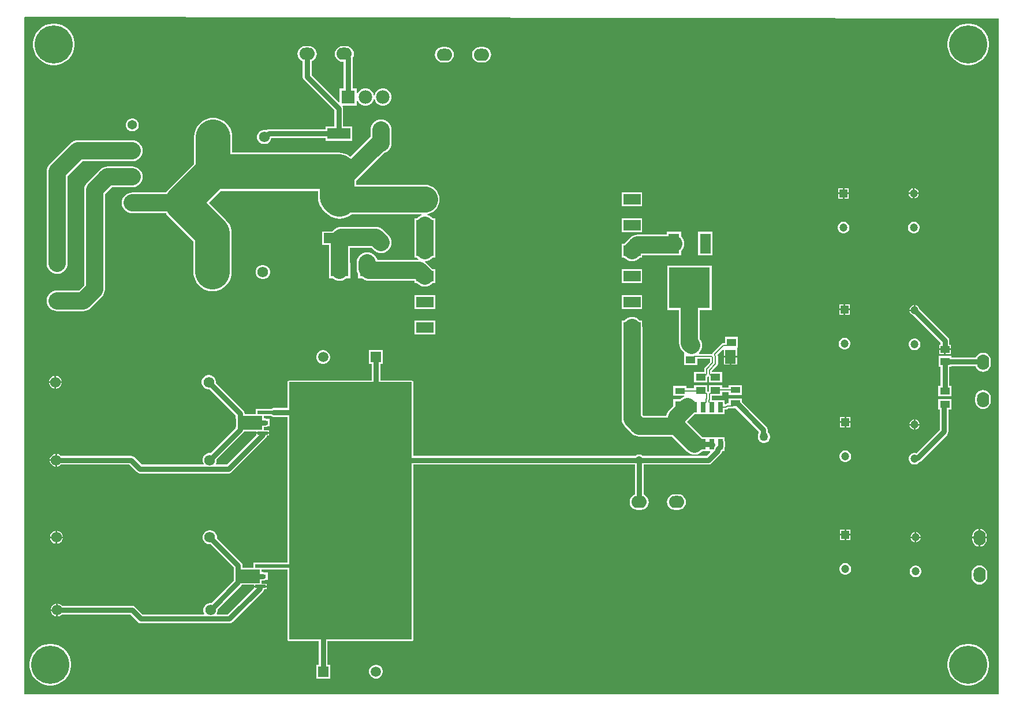
<source format=gtl>
G04*
G04 #@! TF.GenerationSoftware,Altium Limited,Altium Designer,23.3.1 (30)*
G04*
G04 Layer_Physical_Order=1*
G04 Layer_Color=255*
%FSLAX44Y44*%
%MOMM*%
G71*
G04*
G04 #@! TF.SameCoordinates,7FF98350-13BF-4DC0-BCDE-F856E8DDA7C8*
G04*
G04*
G04 #@! TF.FilePolarity,Positive*
G04*
G01*
G75*
%ADD16R,5.4000X1.5000*%
%ADD17R,3.5900X2.0000*%
%ADD18R,1.5700X0.5000*%
%ADD19R,0.8600X0.5800*%
%ADD20R,2.6500X1.7500*%
%ADD21R,2.5000X1.5200*%
%ADD22R,1.4500X0.9500*%
%ADD23R,1.4082X1.0065*%
%ADD24R,1.3621X1.0581*%
%ADD25R,1.6500X2.0100*%
%ADD26R,1.3900X1.1400*%
%ADD27R,3.4082X1.5549*%
%ADD28R,0.6500X1.5250*%
%ADD29R,1.6000X3.0000*%
%ADD30R,6.0000X6.0000*%
%ADD42C,1.5748*%
%ADD47C,1.3716*%
%ADD54C,2.5400*%
%ADD55C,0.7620*%
%ADD56C,5.0800*%
%ADD57C,0.5080*%
%ADD58C,3.8100*%
%ADD59C,0.2032*%
%ADD60R,17.9070X37.7190*%
%ADD61C,1.5750*%
%ADD62C,5.5880*%
%ADD63O,1.7780X2.2860*%
%ADD64C,1.2000*%
%ADD65O,2.2860X1.7780*%
%ADD66C,1.9800*%
%ADD67R,1.9800X1.9800*%
%ADD68C,1.5000*%
%ADD69R,1.5000X1.5000*%
%ADD70R,1.2000X1.2000*%
%ADD71C,1.2700*%
G36*
X1441450Y1003300D02*
Y12700D01*
X12700D01*
Y1004941D01*
X13599Y1005838D01*
X1441450Y1003300D01*
D02*
G37*
%LPC*%
G36*
X685800Y961489D02*
X680720D01*
X677736Y961096D01*
X674956Y959944D01*
X672568Y958112D01*
X670736Y955724D01*
X669584Y952944D01*
X669191Y949960D01*
X669584Y946976D01*
X670736Y944196D01*
X672568Y941808D01*
X674956Y939976D01*
X677736Y938824D01*
X680720Y938431D01*
X685800D01*
X688784Y938824D01*
X691564Y939976D01*
X693952Y941808D01*
X695784Y944196D01*
X696936Y946976D01*
X697329Y949960D01*
X696936Y952944D01*
X695784Y955724D01*
X693952Y958112D01*
X691564Y959944D01*
X688784Y961096D01*
X685800Y961489D01*
D02*
G37*
G36*
X631190D02*
X626110D01*
X623126Y961096D01*
X620346Y959944D01*
X617958Y958112D01*
X616126Y955724D01*
X614974Y952944D01*
X614581Y949960D01*
X614974Y946976D01*
X616126Y944196D01*
X617958Y941808D01*
X620346Y939976D01*
X623126Y938824D01*
X626110Y938431D01*
X631190D01*
X634174Y938824D01*
X636954Y939976D01*
X639342Y941808D01*
X641174Y944196D01*
X642326Y946976D01*
X642719Y949960D01*
X642326Y952944D01*
X641174Y955724D01*
X639342Y958112D01*
X636954Y959944D01*
X634174Y961096D01*
X631190Y961489D01*
D02*
G37*
G36*
X1399399Y995680D02*
X1394601D01*
X1389863Y994930D01*
X1385300Y993447D01*
X1381025Y991269D01*
X1377144Y988449D01*
X1373751Y985056D01*
X1370931Y981175D01*
X1368753Y976900D01*
X1367271Y972337D01*
X1366520Y967599D01*
Y962801D01*
X1367271Y958063D01*
X1368753Y953500D01*
X1370931Y949225D01*
X1373751Y945344D01*
X1377144Y941951D01*
X1381025Y939131D01*
X1385300Y936953D01*
X1389863Y935471D01*
X1394601Y934720D01*
X1399399D01*
X1404137Y935471D01*
X1408700Y936953D01*
X1412975Y939131D01*
X1416856Y941951D01*
X1420249Y945344D01*
X1423069Y949225D01*
X1425247Y953500D01*
X1426729Y958063D01*
X1427480Y962801D01*
Y967599D01*
X1426729Y972337D01*
X1425247Y976900D01*
X1423069Y981175D01*
X1420249Y985056D01*
X1416856Y988449D01*
X1412975Y991269D01*
X1408700Y993447D01*
X1404137Y994930D01*
X1399399Y995680D01*
D02*
G37*
G36*
X58279D02*
X53481D01*
X48743Y994930D01*
X44180Y993447D01*
X39905Y991269D01*
X36024Y988449D01*
X32631Y985056D01*
X29811Y981175D01*
X27633Y976900D01*
X26151Y972337D01*
X25400Y967599D01*
Y962801D01*
X26151Y958063D01*
X27633Y953500D01*
X29811Y949225D01*
X32631Y945344D01*
X36024Y941951D01*
X39905Y939131D01*
X44180Y936953D01*
X48743Y935471D01*
X53481Y934720D01*
X58279D01*
X63017Y935471D01*
X67580Y936953D01*
X71855Y939131D01*
X75736Y941951D01*
X79129Y945344D01*
X81949Y949225D01*
X84127Y953500D01*
X85610Y958063D01*
X86360Y962801D01*
Y967599D01*
X85610Y972337D01*
X84127Y976900D01*
X81949Y981175D01*
X79129Y985056D01*
X75736Y988449D01*
X71855Y991269D01*
X67580Y993447D01*
X63017Y994930D01*
X58279Y995680D01*
D02*
G37*
G36*
X484478Y962540D02*
X479398D01*
X476414Y962147D01*
X473634Y960995D01*
X471246Y959163D01*
X469414Y956776D01*
X468262Y953995D01*
X467870Y951012D01*
X468262Y948028D01*
X469414Y945247D01*
X471246Y942859D01*
X473634Y941027D01*
X476414Y939876D01*
X479398Y939483D01*
X481006D01*
Y900170D01*
X475040D01*
Y880761D01*
X473867Y880275D01*
X433803Y920339D01*
Y940269D01*
X435633Y941027D01*
X438020Y942859D01*
X439852Y945247D01*
X441004Y948028D01*
X441397Y951012D01*
X441004Y953995D01*
X439852Y956776D01*
X438020Y959163D01*
X435633Y960995D01*
X432852Y962147D01*
X429868Y962540D01*
X424788D01*
X421805Y962147D01*
X419024Y960995D01*
X416636Y959163D01*
X414804Y956776D01*
X413652Y953995D01*
X413260Y951012D01*
X413652Y948028D01*
X414804Y945247D01*
X416636Y942859D01*
X419024Y941027D01*
X420854Y940269D01*
Y917657D01*
X421347Y915180D01*
X422750Y913079D01*
X467236Y868594D01*
Y844481D01*
X454129D01*
Y840641D01*
X371616D01*
X369138Y840148D01*
X367767Y839232D01*
X365931Y839724D01*
X363189D01*
X360540Y839014D01*
X358166Y837643D01*
X356227Y835704D01*
X354856Y833330D01*
X354146Y830681D01*
Y827939D01*
X354856Y825290D01*
X356227Y822916D01*
X358166Y820977D01*
X360540Y819606D01*
X363189Y818896D01*
X365931D01*
X368580Y819606D01*
X370954Y820977D01*
X372893Y822916D01*
X374264Y825290D01*
X374908Y827692D01*
X454129D01*
Y823852D01*
X493291D01*
Y844481D01*
X480184D01*
Y871276D01*
X479692Y873753D01*
X479413Y874170D01*
X480012Y875290D01*
X499920D01*
Y883499D01*
X501190Y883666D01*
X501388Y882928D01*
X503026Y880092D01*
X505342Y877775D01*
X508178Y876138D01*
X511342Y875290D01*
X514618D01*
X517782Y876138D01*
X520618Y877775D01*
X522934Y880092D01*
X524572Y882928D01*
X525073Y884796D01*
X526387D01*
X526888Y882928D01*
X528526Y880092D01*
X530842Y877775D01*
X533678Y876138D01*
X536842Y875290D01*
X540118D01*
X543282Y876138D01*
X546118Y877775D01*
X548434Y880092D01*
X550072Y882928D01*
X550920Y886092D01*
Y889368D01*
X550072Y892532D01*
X548434Y895368D01*
X546118Y897684D01*
X543282Y899322D01*
X540118Y900170D01*
X536842D01*
X533678Y899322D01*
X530842Y897684D01*
X528526Y895368D01*
X526888Y892532D01*
X526387Y890664D01*
X525073D01*
X524572Y892532D01*
X522934Y895368D01*
X520618Y897684D01*
X517782Y899322D01*
X514618Y900170D01*
X511342D01*
X508178Y899322D01*
X505342Y897684D01*
X503026Y895368D01*
X501388Y892532D01*
X501190Y891794D01*
X499920Y891961D01*
Y900170D01*
X493954D01*
Y944585D01*
X494462Y945247D01*
X495614Y948028D01*
X496007Y951012D01*
X495614Y953995D01*
X494462Y956776D01*
X492630Y959163D01*
X490243Y960995D01*
X487462Y962147D01*
X484478Y962540D01*
D02*
G37*
G36*
X172239Y856349D02*
X169764D01*
X167374Y855708D01*
X165231Y854471D01*
X163481Y852721D01*
X162244Y850578D01*
X161603Y848188D01*
Y845713D01*
X162244Y843323D01*
X163481Y841180D01*
X165231Y839430D01*
X167374Y838193D01*
X169764Y837553D01*
X172239D01*
X174629Y838193D01*
X176772Y839430D01*
X178522Y841180D01*
X179759Y843323D01*
X180399Y845713D01*
Y848188D01*
X179759Y850578D01*
X178522Y852721D01*
X176772Y854471D01*
X174629Y855708D01*
X172239Y856349D01*
D02*
G37*
G36*
X170862Y824304D02*
X91440D01*
X88452Y824009D01*
X85580Y823138D01*
X82932Y821723D01*
X80611Y819818D01*
X50132Y789339D01*
X48227Y787018D01*
X46812Y784370D01*
X45940Y781498D01*
X45646Y778510D01*
Y643890D01*
X45940Y640902D01*
X46812Y638030D01*
X48227Y635382D01*
X50132Y633061D01*
X52452Y631157D01*
X55100Y629742D01*
X57972Y628871D01*
X60960Y628576D01*
X63948Y628871D01*
X66820Y629742D01*
X69468Y631157D01*
X71789Y633061D01*
X73693Y635382D01*
X75108Y638030D01*
X75979Y640902D01*
X76274Y643890D01*
Y772167D01*
X97783Y793676D01*
X169586D01*
X171001Y793537D01*
X173989Y793831D01*
X176862Y794703D01*
X179509Y796118D01*
X181830Y798022D01*
X183734Y800343D01*
X185149Y802990D01*
X186021Y805863D01*
X186315Y808851D01*
X186021Y811838D01*
X185149Y814711D01*
X183734Y817358D01*
X181830Y819679D01*
X181690Y819818D01*
X179370Y821723D01*
X176722Y823138D01*
X173850Y824009D01*
X170862Y824304D01*
D02*
G37*
G36*
X1318260Y754209D02*
Y748030D01*
X1324439D01*
X1324001Y749664D01*
X1323011Y751380D01*
X1321610Y752781D01*
X1319894Y753771D01*
X1318260Y754209D01*
D02*
G37*
G36*
X1221644Y754284D02*
X1215390D01*
Y748030D01*
X1221644D01*
Y754284D01*
D02*
G37*
G36*
X1212850D02*
X1206596D01*
Y748030D01*
X1212850D01*
Y754284D01*
D02*
G37*
G36*
X1315720Y754209D02*
X1314086Y753771D01*
X1312370Y752781D01*
X1310969Y751380D01*
X1309979Y749664D01*
X1309541Y748030D01*
X1315720D01*
Y754209D01*
D02*
G37*
G36*
X1324439Y745490D02*
X1318260D01*
Y739311D01*
X1319894Y739749D01*
X1321610Y740739D01*
X1323011Y742140D01*
X1324001Y743856D01*
X1324439Y745490D01*
D02*
G37*
G36*
X1315720D02*
X1309541D01*
X1309979Y743856D01*
X1310969Y742140D01*
X1312370Y740739D01*
X1314086Y739749D01*
X1315720Y739311D01*
Y745490D01*
D02*
G37*
G36*
X1221644D02*
X1215390D01*
Y739236D01*
X1221644D01*
Y745490D01*
D02*
G37*
G36*
X1212850D02*
X1206596D01*
Y739236D01*
X1212850D01*
Y745490D01*
D02*
G37*
G36*
X918780Y748030D02*
X888700D01*
Y727750D01*
X918780D01*
Y748030D01*
D02*
G37*
G36*
Y710430D02*
X888700D01*
Y690150D01*
X918780D01*
Y710430D01*
D02*
G37*
G36*
X1318114Y705300D02*
X1315866D01*
X1313694Y704718D01*
X1311746Y703594D01*
X1310156Y702004D01*
X1309032Y700056D01*
X1308450Y697884D01*
Y695636D01*
X1309032Y693464D01*
X1310156Y691516D01*
X1311746Y689926D01*
X1313694Y688802D01*
X1315866Y688220D01*
X1318114D01*
X1320286Y688802D01*
X1322234Y689926D01*
X1323824Y691516D01*
X1324948Y693464D01*
X1325530Y695636D01*
Y697884D01*
X1324948Y700056D01*
X1323824Y702004D01*
X1322234Y703594D01*
X1320286Y704718D01*
X1318114Y705300D01*
D02*
G37*
G36*
X1215244D02*
X1212996D01*
X1210824Y704718D01*
X1208876Y703594D01*
X1207286Y702004D01*
X1206162Y700056D01*
X1205580Y697884D01*
Y695636D01*
X1206162Y693464D01*
X1207286Y691516D01*
X1208876Y689926D01*
X1210824Y688802D01*
X1212996Y688220D01*
X1215244D01*
X1217416Y688802D01*
X1219364Y689926D01*
X1220954Y691516D01*
X1222078Y693464D01*
X1222660Y695636D01*
Y697884D01*
X1222078Y700056D01*
X1220954Y702004D01*
X1219364Y703594D01*
X1217416Y704718D01*
X1215244Y705300D01*
D02*
G37*
G36*
X477310Y697304D02*
X474322Y697010D01*
X471450Y696138D01*
X468802Y694723D01*
X466482Y692819D01*
X464593Y690930D01*
X449250D01*
Y670850D01*
X459711D01*
Y645020D01*
X459280D01*
Y622440D01*
X464804D01*
X466562Y620997D01*
X469210Y619582D01*
X472082Y618711D01*
X475070Y618416D01*
X478058Y618711D01*
X480930Y619582D01*
X483578Y620997D01*
X485336Y622440D01*
X490860D01*
Y645020D01*
X490339D01*
Y666676D01*
X522077D01*
X525112Y663642D01*
X527432Y661737D01*
X530080Y660322D01*
X532952Y659451D01*
X535940Y659156D01*
X538928Y659451D01*
X541800Y660322D01*
X544448Y661737D01*
X546768Y663642D01*
X548673Y665962D01*
X550088Y668610D01*
X550960Y671482D01*
X551254Y674470D01*
X550960Y677458D01*
X550088Y680330D01*
X548673Y682978D01*
X546768Y685298D01*
X539249Y692819D01*
X536928Y694723D01*
X534280Y696138D01*
X531408Y697010D01*
X528420Y697304D01*
X477310D01*
X477310Y697304D01*
D02*
G37*
G36*
X1021740Y690640D02*
X1000660D01*
Y655560D01*
X1021740D01*
Y690640D01*
D02*
G37*
G36*
X289560Y857336D02*
X285176Y856991D01*
X280899Y855965D01*
X276836Y854282D01*
X273086Y851984D01*
X269742Y849128D01*
X266886Y845783D01*
X264588Y842034D01*
X262905Y837971D01*
X261879Y833694D01*
X261534Y829310D01*
Y789914D01*
X224088Y752468D01*
X221232Y749124D01*
X220521Y747964D01*
X171001D01*
X168014Y747670D01*
X165141Y746799D01*
X162493Y745384D01*
X160173Y743479D01*
X158268Y741159D01*
X156853Y738511D01*
X155982Y735638D01*
X155688Y732651D01*
X155982Y729663D01*
X156853Y726790D01*
X158268Y724143D01*
X160173Y721822D01*
X162493Y719918D01*
X165141Y718503D01*
X168014Y717631D01*
X171001Y717337D01*
X220521D01*
X221232Y716177D01*
X224088Y712833D01*
X260543Y676379D01*
Y631288D01*
X260888Y626903D01*
X261914Y622627D01*
X263597Y618564D01*
X265895Y614814D01*
X268751Y611470D01*
X272095Y608614D01*
X275845Y606316D01*
X279908Y604633D01*
X284185Y603606D01*
X288569Y603261D01*
X292953Y603606D01*
X297230Y604633D01*
X301293Y606316D01*
X305042Y608614D01*
X308387Y611470D01*
X311243Y614814D01*
X313541Y618564D01*
X315224Y622627D01*
X316250Y626903D01*
X316595Y631288D01*
Y687988D01*
X316250Y692372D01*
X315224Y696648D01*
X313541Y700711D01*
X311243Y704461D01*
X308387Y707805D01*
X283541Y732651D01*
X301169Y750278D01*
X443238D01*
Y741376D01*
X443583Y736991D01*
X444610Y732715D01*
X446293Y728652D01*
X448591Y724902D01*
X449250Y724130D01*
Y723850D01*
X449489D01*
X451447Y721558D01*
X455162Y717842D01*
X458507Y714986D01*
X462256Y712688D01*
X466319Y711005D01*
X470596Y709979D01*
X474980Y709634D01*
X479364Y709979D01*
X483641Y711005D01*
X487704Y712688D01*
X491454Y714986D01*
X492600Y715965D01*
X594740D01*
X594929Y714696D01*
X594080Y714438D01*
X591432Y713023D01*
X589112Y711118D01*
X588546Y710430D01*
X584900D01*
Y703069D01*
X584626Y700290D01*
Y662690D01*
X584900Y659911D01*
Y652550D01*
X588546D01*
X589112Y651861D01*
X590998Y650314D01*
X590543Y649044D01*
X530368D01*
X529768Y651020D01*
X528353Y653668D01*
X526449Y655988D01*
X524128Y657893D01*
X521480Y659308D01*
X518608Y660180D01*
X515620Y660474D01*
X512632Y660180D01*
X509760Y659308D01*
X507112Y657893D01*
X504791Y655988D01*
X502887Y653668D01*
X501472Y651020D01*
X500601Y648148D01*
X500306Y645160D01*
Y636180D01*
X500601Y633192D01*
X501472Y630320D01*
X502280Y628808D01*
Y622440D01*
X507804D01*
X509562Y620997D01*
X512210Y619582D01*
X515082Y618711D01*
X518070Y618416D01*
X584900D01*
Y614950D01*
X588423D01*
X589112Y614262D01*
X591432Y612357D01*
X594080Y610942D01*
X596952Y610070D01*
X599940Y609776D01*
X602928Y610070D01*
X605800Y610942D01*
X608448Y612357D01*
X610769Y614262D01*
X611333Y614950D01*
X614980D01*
Y622310D01*
X615254Y625090D01*
X614980Y627869D01*
Y635230D01*
X611333D01*
X610769Y635918D01*
X602128Y644558D01*
X600217Y646127D01*
X600616Y647443D01*
X602928Y647671D01*
X605800Y648542D01*
X608448Y649957D01*
X610769Y651861D01*
X611334Y652550D01*
X614980D01*
Y659911D01*
X615254Y662690D01*
Y700290D01*
X614980Y703069D01*
Y710430D01*
X611334D01*
X610769Y711118D01*
X608448Y713023D01*
X605800Y714438D01*
X603682Y715081D01*
X603809Y716369D01*
X603942Y716382D01*
X608012Y717617D01*
X611763Y719622D01*
X615050Y722320D01*
X617748Y725607D01*
X619753Y729358D01*
X620988Y733428D01*
X621404Y737660D01*
X620988Y741892D01*
X619753Y745962D01*
X617748Y749713D01*
X615050Y753000D01*
X611763Y755698D01*
X608012Y757703D01*
X603942Y758938D01*
X599710Y759354D01*
X499291D01*
Y765194D01*
X539745Y805648D01*
X541800Y806272D01*
X544448Y807687D01*
X546768Y809592D01*
X548673Y811912D01*
X550088Y814560D01*
X550960Y817432D01*
X551254Y820420D01*
Y839470D01*
X550960Y842458D01*
X550088Y845330D01*
X548673Y847978D01*
X546768Y850298D01*
X544448Y852203D01*
X541800Y853618D01*
X538928Y854490D01*
X535940Y854784D01*
X532952Y854490D01*
X530080Y853618D01*
X527432Y852203D01*
X525112Y850298D01*
X523207Y847978D01*
X521792Y845330D01*
X520920Y842458D01*
X520626Y839470D01*
Y829844D01*
X491035Y800252D01*
X490183Y800979D01*
X486434Y803276D01*
X482371Y804959D01*
X478094Y805986D01*
X473710Y806331D01*
X317586D01*
Y829310D01*
X317241Y833694D01*
X316215Y837971D01*
X314532Y842034D01*
X312234Y845783D01*
X309378Y849128D01*
X306033Y851984D01*
X302284Y854282D01*
X298221Y855965D01*
X293944Y856991D01*
X289560Y857336D01*
D02*
G37*
G36*
X975740Y690640D02*
X954660D01*
Y686114D01*
X911850D01*
X908862Y685819D01*
X905990Y684948D01*
X903342Y683533D01*
X901022Y681628D01*
X892912Y673518D01*
X892347Y672830D01*
X888700D01*
Y665469D01*
X888426Y662690D01*
X888700Y659911D01*
Y652550D01*
X892347D01*
X892912Y651861D01*
X895232Y649957D01*
X897880Y648542D01*
X900752Y647671D01*
X903740Y647376D01*
X906728Y647671D01*
X909600Y648542D01*
X912248Y649957D01*
X914568Y651861D01*
X915257Y652550D01*
X918780D01*
Y655486D01*
X962900D01*
X963649Y655560D01*
X975740D01*
Y661983D01*
X976028Y662271D01*
X977933Y664592D01*
X979348Y667240D01*
X980219Y670112D01*
X980514Y673100D01*
X980219Y676088D01*
X979348Y678960D01*
X977933Y681608D01*
X976028Y683928D01*
X975740Y684165D01*
Y690640D01*
D02*
G37*
G36*
X363754Y641719D02*
X361012D01*
X358363Y641010D01*
X355988Y639639D01*
X354049Y637700D01*
X352678Y635325D01*
X351969Y632677D01*
Y629934D01*
X352678Y627286D01*
X354049Y624911D01*
X355988Y622972D01*
X358363Y621601D01*
X361012Y620891D01*
X363754D01*
X366402Y621601D01*
X368777Y622972D01*
X370716Y624911D01*
X372087Y627286D01*
X372797Y629934D01*
Y632677D01*
X372087Y635325D01*
X370716Y637700D01*
X368777Y639639D01*
X366402Y641010D01*
X363754Y641719D01*
D02*
G37*
G36*
X918780Y635230D02*
X888700D01*
Y614950D01*
X918780D01*
Y635230D01*
D02*
G37*
G36*
X1222914Y584104D02*
X1216660D01*
Y577850D01*
X1222914D01*
Y584104D01*
D02*
G37*
G36*
X1214120D02*
X1207866D01*
Y577850D01*
X1214120D01*
Y584104D01*
D02*
G37*
G36*
X918780Y597630D02*
X888700D01*
Y577350D01*
X918780D01*
Y597630D01*
D02*
G37*
G36*
X614980D02*
X584900D01*
Y577350D01*
X614980D01*
Y597630D01*
D02*
G37*
G36*
X1316990Y582759D02*
X1315356Y582321D01*
X1313640Y581331D01*
X1312239Y579930D01*
X1311249Y578214D01*
X1310811Y576580D01*
X1316990D01*
Y582759D01*
D02*
G37*
G36*
X171001Y786064D02*
X134481D01*
X131493Y785770D01*
X128620Y784899D01*
X125973Y783484D01*
X123652Y781579D01*
X104741Y762669D01*
X102837Y760348D01*
X101422Y757700D01*
X100550Y754828D01*
X100256Y751840D01*
Y612133D01*
X92717Y604594D01*
X60960D01*
X57972Y604300D01*
X55100Y603428D01*
X52452Y602013D01*
X50132Y600108D01*
X48227Y597788D01*
X46812Y595140D01*
X45940Y592268D01*
X45646Y589280D01*
X45940Y586292D01*
X46812Y583420D01*
X48227Y580772D01*
X50132Y578451D01*
X52452Y576547D01*
X55100Y575132D01*
X57972Y574260D01*
X60960Y573966D01*
X99060D01*
X102048Y574260D01*
X104920Y575132D01*
X107568Y576547D01*
X109888Y578451D01*
X126398Y594962D01*
X128303Y597282D01*
X129718Y599930D01*
X130590Y602802D01*
X130884Y605790D01*
Y745497D01*
X140824Y755437D01*
X171001D01*
X173989Y755731D01*
X176862Y756603D01*
X179509Y758018D01*
X181830Y759922D01*
X183734Y762243D01*
X185149Y764890D01*
X186021Y767763D01*
X186315Y770751D01*
X186021Y773738D01*
X185149Y776611D01*
X183734Y779258D01*
X181830Y781579D01*
X179509Y783484D01*
X176862Y784899D01*
X173989Y785770D01*
X171001Y786064D01*
D02*
G37*
G36*
X1222914Y575310D02*
X1216660D01*
Y569056D01*
X1222914D01*
Y575310D01*
D02*
G37*
G36*
X1214120D02*
X1207866D01*
Y569056D01*
X1214120D01*
Y575310D01*
D02*
G37*
G36*
X614980Y560030D02*
X584900D01*
Y539750D01*
X614980D01*
Y560030D01*
D02*
G37*
G36*
X1319530Y582759D02*
Y575310D01*
X1318260D01*
Y574040D01*
X1310811D01*
X1311249Y572406D01*
X1312239Y570690D01*
X1313640Y569289D01*
X1315356Y568299D01*
X1316393Y568021D01*
X1356236Y528178D01*
Y524855D01*
X1354375D01*
Y519310D01*
X1362710D01*
X1371045D01*
Y524855D01*
X1369184D01*
Y530860D01*
X1368692Y533338D01*
X1367288Y535438D01*
X1325549Y577177D01*
X1325271Y578214D01*
X1324281Y579930D01*
X1322880Y581331D01*
X1321164Y582321D01*
X1319530Y582759D01*
D02*
G37*
G36*
X1216514Y535120D02*
X1214266D01*
X1212094Y534538D01*
X1210146Y533414D01*
X1208556Y531824D01*
X1207432Y529876D01*
X1206850Y527704D01*
Y525456D01*
X1207432Y523284D01*
X1208556Y521336D01*
X1210146Y519746D01*
X1212094Y518622D01*
X1214266Y518040D01*
X1216514D01*
X1218686Y518622D01*
X1220634Y519746D01*
X1222224Y521336D01*
X1223348Y523284D01*
X1223930Y525456D01*
Y527704D01*
X1223348Y529876D01*
X1222224Y531824D01*
X1220634Y533414D01*
X1218686Y534538D01*
X1216514Y535120D01*
D02*
G37*
G36*
X1319384Y533850D02*
X1317136D01*
X1314964Y533268D01*
X1313016Y532144D01*
X1311426Y530554D01*
X1310302Y528606D01*
X1309720Y526434D01*
Y524186D01*
X1310302Y522014D01*
X1311426Y520066D01*
X1313016Y518476D01*
X1314964Y517352D01*
X1317136Y516770D01*
X1319384D01*
X1321556Y517352D01*
X1323504Y518476D01*
X1325094Y520066D01*
X1326218Y522014D01*
X1326800Y524186D01*
Y526434D01*
X1326218Y528606D01*
X1325094Y530554D01*
X1323504Y532144D01*
X1321556Y533268D01*
X1319384Y533850D01*
D02*
G37*
G36*
X1371045Y516770D02*
X1363980D01*
Y511225D01*
X1371045D01*
Y516770D01*
D02*
G37*
G36*
X1361440D02*
X1354375D01*
Y511225D01*
X1361440D01*
Y516770D01*
D02*
G37*
G36*
X1020740Y640640D02*
X955660D01*
Y575560D01*
X972886D01*
Y527030D01*
X973180Y524042D01*
X974052Y521170D01*
X975467Y518522D01*
X977372Y516202D01*
X980432Y513142D01*
X980470Y513110D01*
X980470Y511380D01*
X980470D01*
Y511160D01*
X980470D01*
Y494680D01*
X999450D01*
Y503978D01*
X1018494D01*
Y499568D01*
X1010769Y491843D01*
X1009983Y490667D01*
X1009707Y489280D01*
X1009707Y489280D01*
Y484891D01*
X1008587Y484511D01*
X1008236Y484441D01*
X994989D01*
Y469296D01*
X1014151D01*
Y477440D01*
X1015240Y478386D01*
X1016024Y478321D01*
X1016579Y477950D01*
Y469296D01*
X1035741D01*
Y484441D01*
X1022494D01*
X1022143Y484511D01*
X1021023Y484891D01*
Y486094D01*
X1028748Y493820D01*
X1029534Y494996D01*
X1029810Y496383D01*
X1029810Y496383D01*
Y508097D01*
X1029534Y509485D01*
X1029356Y509751D01*
X1037316Y517711D01*
X1038586Y517186D01*
Y508540D01*
X1048360D01*
X1058134D01*
Y518810D01*
X1058134Y518844D01*
X1058216Y520080D01*
X1059150D01*
Y536560D01*
X1040170D01*
Y527262D01*
X1038113D01*
X1038113Y527262D01*
X1036725Y526986D01*
X1035549Y526200D01*
X1022657Y513307D01*
X1021871Y512131D01*
X1021663Y511084D01*
X1020930Y511230D01*
X1020930Y511230D01*
X1003258D01*
X1002050Y511380D01*
Y513110D01*
X1002088Y513142D01*
X1003993Y515462D01*
X1005408Y518110D01*
X1006280Y520982D01*
X1006574Y523970D01*
X1006280Y526958D01*
X1005408Y529830D01*
X1003993Y532478D01*
X1003514Y533062D01*
Y575560D01*
X1020740D01*
Y640640D01*
D02*
G37*
G36*
X1418590Y513179D02*
X1415606Y512786D01*
X1412826Y511634D01*
X1410438Y509802D01*
X1408606Y507414D01*
X1408136Y506279D01*
X1372061D01*
Y508331D01*
X1353359D01*
Y492669D01*
X1356236D01*
Y464121D01*
X1353129D01*
Y448976D01*
X1372291D01*
Y464121D01*
X1369184D01*
Y492669D01*
X1372061D01*
Y493331D01*
X1407560D01*
X1408606Y490806D01*
X1410438Y488418D01*
X1412826Y486586D01*
X1415606Y485434D01*
X1418590Y485041D01*
X1421574Y485434D01*
X1424354Y486586D01*
X1426742Y488418D01*
X1428574Y490806D01*
X1429726Y493586D01*
X1430119Y496570D01*
Y501650D01*
X1429726Y504634D01*
X1428574Y507414D01*
X1426742Y509802D01*
X1424354Y511634D01*
X1421574Y512786D01*
X1418590Y513179D01*
D02*
G37*
G36*
X452172Y516760D02*
X449528D01*
X446975Y516076D01*
X444685Y514754D01*
X442816Y512885D01*
X441494Y510595D01*
X440810Y508042D01*
Y505398D01*
X441494Y502845D01*
X442816Y500555D01*
X444685Y498686D01*
X446975Y497364D01*
X449528Y496680D01*
X452172D01*
X454725Y497364D01*
X457015Y498686D01*
X458884Y500555D01*
X460206Y502845D01*
X460890Y505398D01*
Y508042D01*
X460206Y510595D01*
X458884Y512885D01*
X457015Y514754D01*
X454725Y516076D01*
X452172Y516760D01*
D02*
G37*
G36*
X1058134Y506000D02*
X1049630D01*
Y495696D01*
X1058134D01*
Y506000D01*
D02*
G37*
G36*
X1047090D02*
X1038586D01*
Y495696D01*
X1047090D01*
Y506000D01*
D02*
G37*
G36*
X59480Y479290D02*
Y471170D01*
X67600D01*
X66968Y473528D01*
X65731Y475671D01*
X63981Y477421D01*
X61838Y478658D01*
X59480Y479290D01*
D02*
G37*
G36*
X56940D02*
X54582Y478658D01*
X52439Y477421D01*
X50689Y475671D01*
X49451Y473528D01*
X48820Y471170D01*
X56940D01*
Y479290D01*
D02*
G37*
G36*
X67600Y468630D02*
X59480D01*
Y460510D01*
X61838Y461142D01*
X63981Y462379D01*
X65731Y464129D01*
X66968Y466272D01*
X67600Y468630D01*
D02*
G37*
G36*
X56940D02*
X48820D01*
X49451Y466272D01*
X50689Y464129D01*
X52439Y462379D01*
X54582Y461142D01*
X56940Y460510D01*
Y468630D01*
D02*
G37*
G36*
X1418590Y458569D02*
X1415606Y458176D01*
X1412826Y457024D01*
X1410438Y455192D01*
X1408606Y452804D01*
X1407454Y450024D01*
X1407061Y447040D01*
Y441960D01*
X1407454Y438976D01*
X1408606Y436196D01*
X1410438Y433808D01*
X1412826Y431976D01*
X1415606Y430824D01*
X1418590Y430431D01*
X1421574Y430824D01*
X1424354Y431976D01*
X1426742Y433808D01*
X1428574Y436196D01*
X1429726Y438976D01*
X1430119Y441960D01*
Y447040D01*
X1429726Y450024D01*
X1428574Y452804D01*
X1426742Y455192D01*
X1424354Y457024D01*
X1421574Y458176D01*
X1418590Y458569D01*
D02*
G37*
G36*
X1224184Y419004D02*
X1217930D01*
Y412750D01*
X1224184D01*
Y419004D01*
D02*
G37*
G36*
X1215390D02*
X1209136D01*
Y412750D01*
X1215390D01*
Y419004D01*
D02*
G37*
G36*
X1319530Y415119D02*
Y408940D01*
X1325709D01*
X1325271Y410574D01*
X1324281Y412290D01*
X1322880Y413691D01*
X1321164Y414681D01*
X1319530Y415119D01*
D02*
G37*
G36*
X1316990D02*
X1315356Y414681D01*
X1313640Y413691D01*
X1312239Y412290D01*
X1311249Y410574D01*
X1310811Y408940D01*
X1316990D01*
Y415119D01*
D02*
G37*
G36*
X1224184Y410210D02*
X1217930D01*
Y403956D01*
X1224184D01*
Y410210D01*
D02*
G37*
G36*
X1215390D02*
X1209136D01*
Y403956D01*
X1215390D01*
Y410210D01*
D02*
G37*
G36*
X1325709Y406400D02*
X1319530D01*
Y400221D01*
X1321164Y400659D01*
X1322880Y401649D01*
X1324281Y403050D01*
X1325271Y404766D01*
X1325709Y406400D01*
D02*
G37*
G36*
X1316990D02*
X1310811D01*
X1311249Y404766D01*
X1312239Y403050D01*
X1313640Y401649D01*
X1315356Y400659D01*
X1316990Y400221D01*
Y406400D01*
D02*
G37*
G36*
X1372291Y445104D02*
X1353129D01*
Y429959D01*
X1355013D01*
Y400239D01*
X1320646Y365872D01*
X1319384Y366210D01*
X1317136D01*
X1314964Y365628D01*
X1313016Y364504D01*
X1311426Y362914D01*
X1310302Y360966D01*
X1309720Y358794D01*
Y356546D01*
X1310302Y354374D01*
X1311426Y352426D01*
X1313016Y350836D01*
X1314964Y349712D01*
X1317136Y349130D01*
X1319384D01*
X1321556Y349712D01*
X1323504Y350836D01*
X1325094Y352426D01*
X1325300Y352783D01*
X1327016Y353930D01*
X1366066Y392979D01*
X1367469Y395080D01*
X1367962Y397557D01*
Y429959D01*
X1372291D01*
Y445104D01*
D02*
G37*
G36*
X903740Y565204D02*
X900752Y564910D01*
X897880Y564038D01*
X895232Y562623D01*
X892912Y560718D01*
X892346Y560030D01*
X888700D01*
Y552669D01*
X888426Y549890D01*
Y416260D01*
X888720Y413272D01*
X889592Y410400D01*
X891007Y407752D01*
X892912Y405432D01*
X903571Y394771D01*
X905892Y392867D01*
X908540Y391452D01*
X911412Y390580D01*
X914400Y390286D01*
X962567D01*
X984852Y368002D01*
X987172Y366097D01*
X989820Y364682D01*
X992692Y363811D01*
X995680Y363516D01*
X998668Y363811D01*
X1001540Y364682D01*
X1004188Y366097D01*
X1006508Y368002D01*
X1007053Y368665D01*
X1014170D01*
Y368665D01*
X1015290D01*
Y368665D01*
X1018159D01*
X1018645Y367492D01*
X1013227Y362074D01*
X920003D01*
X919644Y362434D01*
X917696Y363558D01*
X915524Y364140D01*
X913276D01*
X911104Y363558D01*
X909156Y362434D01*
X908797Y362074D01*
X582980D01*
Y469900D01*
X582783Y470891D01*
X582221Y471731D01*
X581381Y472293D01*
X580390Y472490D01*
X534794D01*
Y496690D01*
X538360D01*
Y516770D01*
X518280D01*
Y496690D01*
X521846D01*
Y472490D01*
X401320D01*
X400329Y472293D01*
X399489Y471731D01*
X398927Y470891D01*
X398730Y469900D01*
Y431990D01*
X378395D01*
X375917Y431497D01*
X374717Y430695D01*
X362141D01*
X361440Y430555D01*
X351751D01*
Y423055D01*
X335775D01*
Y423809D01*
X335283Y426287D01*
X333879Y428387D01*
X293625Y468641D01*
Y471271D01*
X292915Y473920D01*
X291544Y476295D01*
X289605Y478234D01*
X287230Y479605D01*
X284581Y480315D01*
X281839D01*
X279190Y479605D01*
X276815Y478234D01*
X274876Y476295D01*
X273505Y473920D01*
X272795Y471271D01*
Y468529D01*
X273505Y465880D01*
X274876Y463505D01*
X276815Y461566D01*
X279190Y460195D01*
X281839Y459485D01*
X284469D01*
X322827Y421127D01*
Y416705D01*
X322951Y416080D01*
Y404951D01*
X322827Y404325D01*
Y403103D01*
X285739Y366015D01*
X283109D01*
X280460Y365305D01*
X278085Y363934D01*
X276146Y361995D01*
X274775Y359620D01*
X274065Y356971D01*
Y354229D01*
X274775Y351580D01*
X275462Y350389D01*
X274729Y349119D01*
X184922D01*
X173864Y360178D01*
X171763Y361582D01*
X169286Y362074D01*
X66298D01*
X65251Y363121D01*
X63108Y364358D01*
X60750Y364990D01*
Y355600D01*
Y346210D01*
X63108Y346842D01*
X65251Y348079D01*
X66298Y349126D01*
X166604D01*
X177663Y338067D01*
X179763Y336663D01*
X182241Y336171D01*
X312165D01*
X314643Y336663D01*
X316743Y338067D01*
X366528Y387852D01*
X367932Y389952D01*
X368238Y391491D01*
X371515D01*
Y394245D01*
X362141D01*
X352767D01*
Y392403D01*
X309483Y349119D01*
X294231D01*
X293498Y350389D01*
X294185Y351580D01*
X294895Y354229D01*
Y356859D01*
X333879Y395843D01*
X335283Y397943D01*
X335289Y397975D01*
X352767D01*
Y396785D01*
X362141D01*
X371515D01*
Y399539D01*
X363931D01*
Y404041D01*
X365271D01*
X367749Y404534D01*
X368559Y405075D01*
X372531D01*
Y415955D01*
X368559D01*
X367749Y416497D01*
X365271Y416990D01*
X363931D01*
Y420336D01*
X374717D01*
X375917Y419534D01*
X378395Y419041D01*
X398730D01*
Y205840D01*
X359300D01*
X357392Y205460D01*
X348670D01*
Y197960D01*
X332694D01*
Y201040D01*
X332202Y203518D01*
X330798Y205618D01*
X295105Y241311D01*
Y243941D01*
X294395Y246590D01*
X293024Y248965D01*
X291085Y250904D01*
X288710Y252275D01*
X286061Y252985D01*
X283319D01*
X280670Y252275D01*
X278295Y250904D01*
X276356Y248965D01*
X274985Y246590D01*
X274275Y243941D01*
Y241199D01*
X274985Y238550D01*
X276356Y236175D01*
X278295Y234236D01*
X280670Y232865D01*
X283319Y232155D01*
X285949D01*
X319746Y198358D01*
Y191610D01*
X319870Y190985D01*
Y179855D01*
X319746Y179230D01*
Y179042D01*
X287009Y146305D01*
X284379D01*
X281730Y145595D01*
X279355Y144224D01*
X277416Y142285D01*
X276045Y139910D01*
X275335Y137261D01*
Y134519D01*
X276045Y131870D01*
X276732Y130679D01*
X275999Y129409D01*
X186192D01*
X175134Y140468D01*
X173033Y141872D01*
X170556Y142364D01*
X67568D01*
X66521Y143411D01*
X64378Y144649D01*
X62020Y145280D01*
Y135890D01*
Y126500D01*
X64378Y127132D01*
X66521Y128369D01*
X67568Y129416D01*
X167874D01*
X178932Y118357D01*
X181033Y116953D01*
X183511Y116461D01*
X313435D01*
X315913Y116953D01*
X318013Y118357D01*
X362718Y163062D01*
X364122Y165162D01*
X364367Y166396D01*
X368434D01*
Y169150D01*
X359060D01*
X349686D01*
Y168342D01*
X310753Y129409D01*
X295501D01*
X294768Y130679D01*
X295455Y131870D01*
X296165Y134519D01*
Y137149D01*
X330798Y171782D01*
X331532Y172880D01*
X349686D01*
Y171690D01*
X359060D01*
X368434D01*
Y174444D01*
X360850D01*
Y178946D01*
X362610D01*
X365088Y179438D01*
X365898Y179980D01*
X369450D01*
Y190860D01*
X365898D01*
X365088Y191402D01*
X362610Y191894D01*
X360850D01*
Y195380D01*
X369450D01*
Y195480D01*
X398730D01*
Y92710D01*
X398927Y91719D01*
X399489Y90879D01*
X400329Y90317D01*
X401320Y90120D01*
X444376D01*
Y55760D01*
X440810D01*
Y35680D01*
X460890D01*
Y55760D01*
X457324D01*
Y90120D01*
X580390D01*
X581381Y90317D01*
X582221Y90879D01*
X582783Y91719D01*
X582980Y92710D01*
Y349126D01*
X907926D01*
Y304979D01*
X906096Y304221D01*
X903708Y302389D01*
X901876Y300001D01*
X900724Y297221D01*
X900331Y294237D01*
X900724Y291253D01*
X901876Y288472D01*
X903708Y286085D01*
X906096Y284253D01*
X908876Y283101D01*
X911860Y282708D01*
X916940D01*
X919924Y283101D01*
X922704Y284253D01*
X925092Y286085D01*
X926924Y288472D01*
X928076Y291253D01*
X928469Y294237D01*
X928076Y297221D01*
X926924Y300001D01*
X925092Y302389D01*
X922704Y304221D01*
X920874Y304979D01*
Y349126D01*
X1015909D01*
X1018387Y349618D01*
X1020487Y351022D01*
X1033988Y364523D01*
X1035392Y366623D01*
X1035741Y368380D01*
X1036026Y368665D01*
X1039570D01*
Y372811D01*
X1039762Y373097D01*
X1040254Y375575D01*
Y382085D01*
X1039762Y384563D01*
X1039570Y384849D01*
Y388995D01*
X1028140D01*
X1027990Y388995D01*
Y388995D01*
X1026870D01*
Y388995D01*
X1015290D01*
Y388995D01*
X1014170D01*
Y388995D01*
X1007053D01*
X1006508Y389658D01*
X984502Y411665D01*
X995742Y422905D01*
X1001320D01*
X1001470Y422905D01*
X1002590D01*
X1002740Y422905D01*
X1014170D01*
Y422905D01*
X1015290D01*
Y422905D01*
X1026720D01*
X1026870Y422905D01*
X1027990D01*
X1028140Y422905D01*
X1039570D01*
Y429444D01*
X1041492D01*
X1041492Y429444D01*
X1042879Y429720D01*
X1044056Y430506D01*
X1045160Y431610D01*
X1051636D01*
X1051636Y431610D01*
X1051986Y431680D01*
X1056004D01*
X1089834Y397850D01*
Y394772D01*
X1088996Y393321D01*
X1088390Y391060D01*
Y388720D01*
X1088996Y386459D01*
X1090166Y384431D01*
X1091821Y382776D01*
X1093849Y381606D01*
X1096110Y381000D01*
X1098450D01*
X1100711Y381606D01*
X1102739Y382776D01*
X1104394Y384431D01*
X1105564Y386459D01*
X1106170Y388720D01*
Y391060D01*
X1105564Y393321D01*
X1104394Y395349D01*
X1102782Y396960D01*
Y400532D01*
X1102290Y403010D01*
X1100886Y405110D01*
X1065160Y440836D01*
Y446260D01*
X1045580D01*
Y438862D01*
X1043658D01*
X1042271Y438586D01*
X1041094Y437800D01*
X1041094Y437800D01*
X1040840Y437546D01*
X1039570Y438072D01*
Y443235D01*
X1028140D01*
X1027990Y443235D01*
X1026870D01*
X1026720Y443235D01*
X1021796D01*
X1020991Y444217D01*
X1021023Y444378D01*
Y449829D01*
X1022143Y450209D01*
X1022494Y450279D01*
X1035741D01*
Y454844D01*
X1045580D01*
Y451180D01*
X1065160D01*
Y465760D01*
X1045580D01*
Y462096D01*
X1035741D01*
Y465424D01*
X1016579D01*
Y456770D01*
X1016024Y456399D01*
X1015240Y456334D01*
X1014151Y457280D01*
Y465424D01*
X994989D01*
Y460826D01*
X983880D01*
Y464490D01*
X964300D01*
Y449910D01*
X979972D01*
X980161Y448640D01*
X979660Y448488D01*
X977012Y447073D01*
X974691Y445168D01*
X974513Y444990D01*
X964300D01*
Y434777D01*
X958082Y428558D01*
X956177Y426238D01*
X954762Y423590D01*
X953950Y420914D01*
X920743D01*
X919054Y422603D01*
Y549890D01*
X918780Y552669D01*
Y560030D01*
X915134D01*
X914568Y560718D01*
X912248Y562623D01*
X909600Y564038D01*
X906728Y564910D01*
X903740Y565204D01*
D02*
G37*
G36*
X58210Y364990D02*
X55852Y364358D01*
X53709Y363121D01*
X51959Y361371D01*
X50722Y359228D01*
X50090Y356870D01*
X58210D01*
Y364990D01*
D02*
G37*
G36*
X1217784Y370020D02*
X1215536D01*
X1213364Y369438D01*
X1211416Y368314D01*
X1209826Y366724D01*
X1208702Y364776D01*
X1208120Y362604D01*
Y360356D01*
X1208702Y358184D01*
X1209826Y356236D01*
X1211416Y354646D01*
X1213364Y353522D01*
X1215536Y352940D01*
X1217784D01*
X1219956Y353522D01*
X1221904Y354646D01*
X1223494Y356236D01*
X1224618Y358184D01*
X1225200Y360356D01*
Y362604D01*
X1224618Y364776D01*
X1223494Y366724D01*
X1221904Y368314D01*
X1219956Y369438D01*
X1217784Y370020D01*
D02*
G37*
G36*
X58210Y354330D02*
X50090D01*
X50722Y351972D01*
X51959Y349829D01*
X53709Y348079D01*
X55852Y346842D01*
X58210Y346210D01*
Y354330D01*
D02*
G37*
G36*
X971550Y305765D02*
X966470D01*
X963486Y305373D01*
X960706Y304221D01*
X958318Y302389D01*
X956486Y300001D01*
X955334Y297221D01*
X954941Y294237D01*
X955334Y291253D01*
X956486Y288472D01*
X958318Y286085D01*
X960706Y284253D01*
X963486Y283101D01*
X966470Y282708D01*
X971550D01*
X974534Y283101D01*
X977314Y284253D01*
X979702Y286085D01*
X981534Y288472D01*
X982686Y291253D01*
X983079Y294237D01*
X982686Y297221D01*
X981534Y300001D01*
X979702Y302389D01*
X977314Y304221D01*
X974534Y305373D01*
X971550Y305765D01*
D02*
G37*
G36*
X1224184Y253904D02*
X1217930D01*
Y247650D01*
X1224184D01*
Y253904D01*
D02*
G37*
G36*
X1215390D02*
X1209136D01*
Y247650D01*
X1215390D01*
Y253904D01*
D02*
G37*
G36*
X60960Y251960D02*
Y243840D01*
X69080D01*
X68449Y246198D01*
X67211Y248341D01*
X65461Y250091D01*
X63318Y251329D01*
X60960Y251960D01*
D02*
G37*
G36*
X58420D02*
X56062Y251329D01*
X53919Y250091D01*
X52169Y248341D01*
X50932Y246198D01*
X50300Y243840D01*
X58420D01*
Y251960D01*
D02*
G37*
G36*
X1320939Y249996D02*
Y243817D01*
X1327119D01*
X1326681Y245451D01*
X1325690Y247167D01*
X1324289Y248567D01*
X1322574Y249558D01*
X1320939Y249996D01*
D02*
G37*
G36*
X1318399D02*
X1316765Y249558D01*
X1315050Y248567D01*
X1313649Y247167D01*
X1312658Y245451D01*
X1312220Y243817D01*
X1318399D01*
Y249996D01*
D02*
G37*
G36*
X1414717Y254858D02*
Y243252D01*
X1423951D01*
Y244522D01*
X1423593Y247240D01*
X1422543Y249774D01*
X1420874Y251949D01*
X1418699Y253618D01*
X1416165Y254668D01*
X1414717Y254858D01*
D02*
G37*
G36*
X1412177D02*
X1410728Y254668D01*
X1408195Y253618D01*
X1406019Y251949D01*
X1404350Y249774D01*
X1403301Y247240D01*
X1402943Y244522D01*
Y243252D01*
X1412177D01*
Y254858D01*
D02*
G37*
G36*
X1224184Y245110D02*
X1217930D01*
Y238856D01*
X1224184D01*
Y245110D01*
D02*
G37*
G36*
X1215390D02*
X1209136D01*
Y238856D01*
X1215390D01*
Y245110D01*
D02*
G37*
G36*
X1327119Y241277D02*
X1320939D01*
Y235098D01*
X1322574Y235535D01*
X1324289Y236526D01*
X1325690Y237927D01*
X1326681Y239643D01*
X1327119Y241277D01*
D02*
G37*
G36*
X1318399D02*
X1312220D01*
X1312658Y239643D01*
X1313649Y237927D01*
X1315050Y236526D01*
X1316765Y235535D01*
X1318399Y235098D01*
Y241277D01*
D02*
G37*
G36*
X69080Y241300D02*
X60960D01*
Y233180D01*
X63318Y233811D01*
X65461Y235049D01*
X67211Y236799D01*
X68449Y238942D01*
X69080Y241300D01*
D02*
G37*
G36*
X58420D02*
X50300D01*
X50932Y238942D01*
X52169Y236799D01*
X53919Y235049D01*
X56062Y233811D01*
X58420Y233180D01*
Y241300D01*
D02*
G37*
G36*
X1423951Y240712D02*
X1414717D01*
Y229105D01*
X1416165Y229296D01*
X1418699Y230345D01*
X1420874Y232014D01*
X1422543Y234190D01*
X1423593Y236723D01*
X1423951Y239442D01*
Y240712D01*
D02*
G37*
G36*
X1412177D02*
X1402943D01*
Y239442D01*
X1403301Y236723D01*
X1404350Y234190D01*
X1406019Y232014D01*
X1408195Y230345D01*
X1410728Y229296D01*
X1412177Y229105D01*
Y240712D01*
D02*
G37*
G36*
X1217784Y204920D02*
X1215536D01*
X1213364Y204338D01*
X1211416Y203214D01*
X1209826Y201624D01*
X1208702Y199676D01*
X1208120Y197504D01*
Y195256D01*
X1208702Y193084D01*
X1209826Y191136D01*
X1211416Y189546D01*
X1213364Y188422D01*
X1215536Y187840D01*
X1217784D01*
X1219956Y188422D01*
X1221904Y189546D01*
X1223494Y191136D01*
X1224618Y193084D01*
X1225200Y195256D01*
Y197504D01*
X1224618Y199676D01*
X1223494Y201624D01*
X1221904Y203214D01*
X1219956Y204338D01*
X1217784Y204920D01*
D02*
G37*
G36*
X1320794Y201087D02*
X1318545D01*
X1316373Y200505D01*
X1314426Y199380D01*
X1312836Y197790D01*
X1311711Y195843D01*
X1311129Y193671D01*
Y191422D01*
X1311711Y189250D01*
X1312836Y187303D01*
X1314426Y185713D01*
X1316373Y184589D01*
X1318545Y184007D01*
X1320794D01*
X1322966Y184589D01*
X1324913Y185713D01*
X1326503Y187303D01*
X1327627Y189250D01*
X1328209Y191422D01*
Y193671D01*
X1327627Y195843D01*
X1326503Y197790D01*
X1324913Y199380D01*
X1322966Y200505D01*
X1320794Y201087D01*
D02*
G37*
G36*
X1413447Y201440D02*
X1410463Y201047D01*
X1407682Y199896D01*
X1405295Y198064D01*
X1403463Y195676D01*
X1402311Y192896D01*
X1401918Y189912D01*
Y184832D01*
X1402311Y181848D01*
X1403463Y179067D01*
X1405295Y176680D01*
X1407682Y174848D01*
X1410463Y173696D01*
X1413447Y173303D01*
X1416431Y173696D01*
X1419211Y174848D01*
X1421599Y176680D01*
X1423431Y179067D01*
X1424583Y181848D01*
X1424975Y184832D01*
Y189912D01*
X1424583Y192896D01*
X1423431Y195676D01*
X1421599Y198064D01*
X1419211Y199896D01*
X1416431Y201047D01*
X1413447Y201440D01*
D02*
G37*
G36*
X59480Y145280D02*
X57122Y144649D01*
X54979Y143411D01*
X53229Y141661D01*
X51992Y139518D01*
X51360Y137160D01*
X59480D01*
Y145280D01*
D02*
G37*
G36*
Y134620D02*
X51360D01*
X51992Y132262D01*
X53229Y130119D01*
X54979Y128369D01*
X57122Y127132D01*
X59480Y126500D01*
Y134620D01*
D02*
G37*
G36*
X529642Y55770D02*
X526998D01*
X524445Y55086D01*
X522155Y53764D01*
X520286Y51895D01*
X518964Y49605D01*
X518280Y47052D01*
Y44408D01*
X518964Y41855D01*
X520286Y39565D01*
X522155Y37696D01*
X524445Y36374D01*
X526998Y35690D01*
X529642D01*
X532195Y36374D01*
X534485Y37696D01*
X536354Y39565D01*
X537676Y41855D01*
X538360Y44408D01*
Y47052D01*
X537676Y49605D01*
X536354Y51895D01*
X534485Y53764D01*
X532195Y55086D01*
X529642Y55770D01*
D02*
G37*
G36*
X1399399Y86360D02*
X1394601D01*
X1389863Y85610D01*
X1385300Y84127D01*
X1381025Y81949D01*
X1377144Y79129D01*
X1373751Y75736D01*
X1370931Y71855D01*
X1368753Y67580D01*
X1367271Y63017D01*
X1366520Y58279D01*
Y53481D01*
X1367271Y48743D01*
X1368753Y44180D01*
X1370931Y39905D01*
X1373751Y36024D01*
X1377144Y32631D01*
X1381025Y29811D01*
X1385300Y27633D01*
X1389863Y26151D01*
X1394601Y25400D01*
X1399399D01*
X1404137Y26151D01*
X1408700Y27633D01*
X1412975Y29811D01*
X1416856Y32631D01*
X1420249Y36024D01*
X1423069Y39905D01*
X1425247Y44180D01*
X1426729Y48743D01*
X1427480Y53481D01*
Y58279D01*
X1426729Y63017D01*
X1425247Y67580D01*
X1423069Y71855D01*
X1420249Y75736D01*
X1416856Y79129D01*
X1412975Y81949D01*
X1408700Y84127D01*
X1404137Y85610D01*
X1399399Y86360D01*
D02*
G37*
G36*
X53199D02*
X48401D01*
X43663Y85610D01*
X39100Y84127D01*
X34825Y81949D01*
X30944Y79129D01*
X27551Y75736D01*
X24731Y71855D01*
X22553Y67580D01*
X21070Y63017D01*
X20320Y58279D01*
Y53481D01*
X21070Y48743D01*
X22553Y44180D01*
X24731Y39905D01*
X27551Y36024D01*
X30944Y32631D01*
X34825Y29811D01*
X39100Y27633D01*
X43663Y26151D01*
X48401Y25400D01*
X53199D01*
X57937Y26151D01*
X62500Y27633D01*
X66775Y29811D01*
X70656Y32631D01*
X74049Y36024D01*
X76869Y39905D01*
X79047Y44180D01*
X80529Y48743D01*
X81280Y53481D01*
Y58279D01*
X80529Y63017D01*
X79047Y67580D01*
X76869Y71855D01*
X74049Y75736D01*
X70656Y79129D01*
X66775Y81949D01*
X62500Y84127D01*
X57937Y85610D01*
X53199Y86360D01*
D02*
G37*
%LPD*%
D16*
X478790Y680890D02*
D03*
Y733890D02*
D03*
D17*
X343441Y410515D02*
D03*
X340360Y185420D02*
D03*
D18*
X362141Y425515D02*
D03*
Y395515D02*
D03*
X359060Y200420D02*
D03*
Y170420D02*
D03*
D19*
X365691Y410515D02*
D03*
X362610Y185420D02*
D03*
D20*
X475070Y633730D02*
D03*
X518070D02*
D03*
D21*
X599940Y737890D02*
D03*
Y700290D02*
D03*
Y662690D02*
D03*
Y625090D02*
D03*
Y587490D02*
D03*
Y549890D02*
D03*
X903740Y737890D02*
D03*
Y700290D02*
D03*
Y662690D02*
D03*
Y625090D02*
D03*
Y587490D02*
D03*
Y549890D02*
D03*
D22*
X974090Y437700D02*
D03*
Y457200D02*
D03*
X1055370Y458470D02*
D03*
Y438970D02*
D03*
D23*
X1004570Y476869D02*
D03*
Y457851D02*
D03*
X1026160Y476869D02*
D03*
Y457851D02*
D03*
X1362710Y437531D02*
D03*
Y456549D02*
D03*
D24*
Y500500D02*
D03*
Y518040D02*
D03*
D25*
X1048360Y507270D02*
D03*
X991260Y523970D02*
D03*
D26*
X1049660Y528320D02*
D03*
X989960Y502920D02*
D03*
D27*
X473710Y834166D02*
D03*
Y773653D02*
D03*
D28*
X1033780Y378830D02*
D03*
X1021080D02*
D03*
X1008380D02*
D03*
X995680D02*
D03*
Y433070D02*
D03*
X1008380D02*
D03*
X1021080D02*
D03*
X1033780D02*
D03*
D29*
X965200Y673100D02*
D03*
X1011200D02*
D03*
D30*
X988200Y608100D02*
D03*
D42*
X287383Y631305D02*
D03*
X362383D02*
D03*
X289560Y829310D02*
D03*
X364560D02*
D03*
D47*
X171001Y846951D02*
D03*
Y808851D02*
D03*
Y770751D02*
D03*
Y732651D02*
D03*
D54*
X115570Y751840D02*
X134481Y770751D01*
X171001D01*
X115570Y605790D02*
Y751840D01*
X99060Y589280D02*
X115570Y605790D01*
X60960Y589280D02*
X99060D01*
X170862Y808990D02*
X171001Y808851D01*
X91440Y808990D02*
X170862D01*
X60960Y778510D02*
X91440Y808990D01*
X60960Y643890D02*
Y778510D01*
X171001Y732651D02*
X243906D01*
X968910Y417730D02*
X985520Y434340D01*
X968910Y405600D02*
Y417730D01*
X914400Y405600D02*
X968910D01*
X995680Y378830D01*
X903740Y416260D02*
X914400Y405600D01*
X903740Y416260D02*
Y549890D01*
X911850Y670800D02*
X962900D01*
X903740Y662690D02*
X911850Y670800D01*
X962900D02*
X965200Y673100D01*
X473710Y773653D02*
X486093D01*
X474345Y738295D02*
X474980Y737660D01*
X486093Y773653D02*
X532859Y820420D01*
X475025Y633775D02*
X475070Y633730D01*
X515620Y636180D02*
Y645160D01*
Y636180D02*
X518070Y633730D01*
X474980Y679660D02*
X477310Y681990D01*
X528420D02*
X535940Y674470D01*
X518070Y633730D02*
X591300D01*
X475025Y633775D02*
Y679615D01*
X474980Y679660D02*
X475025Y679615D01*
X477310Y681990D02*
X528420D01*
X591300Y633730D02*
X599940Y625090D01*
X532859Y820420D02*
X535940D01*
Y839470D01*
X599710Y737660D02*
X599940Y737890D01*
Y662690D02*
Y700290D01*
X988200Y527030D02*
X991260Y523970D01*
X988200Y527030D02*
Y608100D01*
D55*
X371616Y834166D02*
X473710D01*
X366759Y829310D02*
X371616Y834166D01*
X364560Y829310D02*
X366759D01*
X1008380Y378830D02*
X1021080D01*
X995680D02*
X1008380D01*
X481938Y950802D02*
X487480Y945260D01*
Y887730D02*
Y945260D01*
X481938Y950802D02*
Y951012D01*
X1057870Y438970D02*
X1096308Y400532D01*
Y390862D02*
Y400532D01*
Y390862D02*
X1097280Y389890D01*
X1055370Y438970D02*
X1057870D01*
X1362710Y500500D02*
X1363405Y499805D01*
X1417895D01*
X1418590Y499110D01*
X1322438Y358508D02*
X1361487Y397557D01*
Y436309D01*
X1362710Y437531D01*
X1318260Y357670D02*
X1319098Y358508D01*
X1322438D01*
X1362710Y456549D02*
Y500500D01*
X1318260Y575310D02*
X1362710Y530860D01*
Y518040D02*
Y530860D01*
X914400Y294237D02*
Y355600D01*
X1029410Y371205D02*
X1033780Y375575D01*
Y378830D01*
X1021080D02*
X1021640Y378270D01*
X326220Y191610D02*
Y201040D01*
Y176360D02*
Y179230D01*
Y191610D02*
X332410Y185420D01*
X340360D01*
X326220Y179230D02*
X332410Y185420D01*
X340360D02*
X362610D01*
X312165Y342645D02*
X361950Y392430D01*
X329301Y400421D02*
Y404325D01*
X343441Y410515D02*
X365271D01*
X329301Y416705D02*
X335491Y410515D01*
X329301Y404325D02*
X335491Y410515D01*
X329301Y416705D02*
Y423809D01*
X335491Y410515D02*
X343441D01*
X284690Y242570D02*
X326220Y201040D01*
X284480Y355600D02*
X329301Y400421D01*
X285750Y135890D02*
X326220Y176360D01*
X313435Y122935D02*
X358140Y167640D01*
X378395Y425515D02*
X450785D01*
X450850Y140970D02*
X452120Y142240D01*
X450850Y45720D02*
Y140970D01*
X450785Y425515D02*
X453390Y422910D01*
X1029410Y369101D02*
Y371205D01*
X1015909Y355600D02*
X1029410Y369101D01*
X914400Y355600D02*
X1015909D01*
X427328Y917657D02*
Y951012D01*
Y917657D02*
X473710Y871276D01*
X283210Y469900D02*
X329301Y423809D01*
X560070Y356870D02*
X561340Y355600D01*
X914400D01*
X183511Y122935D02*
X313435D01*
X473710Y834166D02*
Y871276D01*
X528320Y450850D02*
Y506730D01*
X525780Y448310D02*
X528320Y450850D01*
X1033780Y378830D02*
Y382085D01*
X60750Y135890D02*
X170556D01*
X183511Y122935D01*
X59480Y355600D02*
X169286D01*
X182241Y342645D02*
X312165D01*
X169286Y355600D02*
X182241Y342645D01*
D56*
X243906Y732651D02*
X289560Y778305D01*
X243906Y732651D02*
X288569Y687988D01*
X471264Y741376D02*
X474980Y737660D01*
X471264Y741376D02*
Y771208D01*
X288569Y631288D02*
Y687988D01*
X289560Y778305D02*
Y829310D01*
Y778305D02*
X473710D01*
D57*
X359060Y200420D02*
X359300Y200660D01*
X362141Y425515D02*
X378395D01*
X403860Y200660D02*
X450850Y153670D01*
Y146050D02*
Y153670D01*
X359300Y200660D02*
X403860D01*
D58*
X474980Y737660D02*
X599710D01*
D59*
X1022143Y453835D02*
X1026160Y457851D01*
X1026779Y458470D02*
X1055370D01*
X1022143Y480885D02*
X1026160Y476869D01*
X1018587Y453835D02*
X1022143D01*
X1026160Y457851D02*
X1026779Y458470D01*
X1018587Y480885D02*
X1022143D01*
X1044976Y523636D02*
X1049660Y528320D01*
X1025221Y509060D02*
Y510744D01*
X1038113Y523636D02*
X1044976D01*
X1025221Y510744D02*
X1038113Y523636D01*
X1025221Y509060D02*
X1026184Y508097D01*
X1017397Y452645D02*
X1018587Y453835D01*
X1016762Y440869D02*
X1017952Y439679D01*
X1012143Y453835D02*
X1013333Y452645D01*
X1011508Y439679D02*
X1012698Y440869D01*
Y445426D01*
X1016762Y440869D02*
Y443743D01*
X1017397Y444378D02*
Y452645D01*
X1012698Y445426D02*
X1013333Y446061D01*
Y452645D01*
X1016762Y443743D02*
X1017397Y444378D01*
Y487596D02*
X1026184Y496383D01*
X1013333Y489280D02*
X1022120Y498067D01*
X989960Y502920D02*
X994644Y507604D01*
X1017397Y482075D02*
Y487596D01*
X1022120Y498067D02*
Y506414D01*
X994644Y507604D02*
X1020930D01*
X1022120Y506414D01*
X1004570Y476869D02*
X1008587Y480885D01*
X1013333Y482075D02*
Y489280D01*
X1012143Y480885D02*
X1013333Y482075D01*
X1017397D02*
X1018587Y480885D01*
X1008587D02*
X1012143D01*
X1026184Y496383D02*
Y508097D01*
X1041492Y433070D02*
X1043658Y435236D01*
X1051636D01*
X1055370Y438970D01*
X1033780Y433070D02*
X1041492D01*
X974090Y457200D02*
X1003919D01*
X1004570Y457851D01*
X1008587Y453835D01*
X1012143D01*
X1017952Y439679D02*
X1018846D01*
X1021080Y437445D01*
X1008380Y433070D02*
Y437445D01*
X1010614Y439679D02*
X1011508D01*
X1021080Y433070D02*
Y437445D01*
X1008380D02*
X1010614Y439679D01*
D60*
X490855Y281305D02*
D03*
D61*
X283210Y469900D02*
D03*
X58210D02*
D03*
X59480Y355600D02*
D03*
X284480D02*
D03*
X59690Y242570D02*
D03*
X284690D02*
D03*
X60750Y135890D02*
D03*
X285750D02*
D03*
D62*
X1397000Y55880D02*
D03*
Y965200D02*
D03*
X55880D02*
D03*
X50800Y55880D02*
D03*
D63*
X1413447Y187372D02*
D03*
Y241982D02*
D03*
X1418590Y499110D02*
D03*
Y444500D02*
D03*
X60960Y589280D02*
D03*
Y643890D02*
D03*
D64*
X914400Y405600D02*
D03*
Y355600D02*
D03*
X1319669Y192547D02*
D03*
Y242547D02*
D03*
X1318260Y357670D02*
D03*
Y407670D02*
D03*
Y525310D02*
D03*
Y575310D02*
D03*
X1316990Y696760D02*
D03*
Y746760D02*
D03*
X535940Y674470D02*
D03*
Y839470D02*
D03*
X1216660Y196380D02*
D03*
Y361480D02*
D03*
X1215390Y526580D02*
D03*
X1214120Y696760D02*
D03*
D65*
X969010Y294237D02*
D03*
X914400D02*
D03*
X481938Y951012D02*
D03*
X427328D02*
D03*
X683260Y949960D02*
D03*
X628650D02*
D03*
D66*
X538480Y887730D02*
D03*
X512980D02*
D03*
D67*
X487480D02*
D03*
D68*
X528320Y45730D02*
D03*
X450850Y506720D02*
D03*
D69*
X528320Y506730D02*
D03*
X450850Y45720D02*
D03*
D70*
X1216660Y246380D02*
D03*
Y411480D02*
D03*
X1215390Y576580D02*
D03*
X1214120Y746760D02*
D03*
D71*
X1097280Y389890D02*
D03*
X515620Y645160D02*
D03*
M02*

</source>
